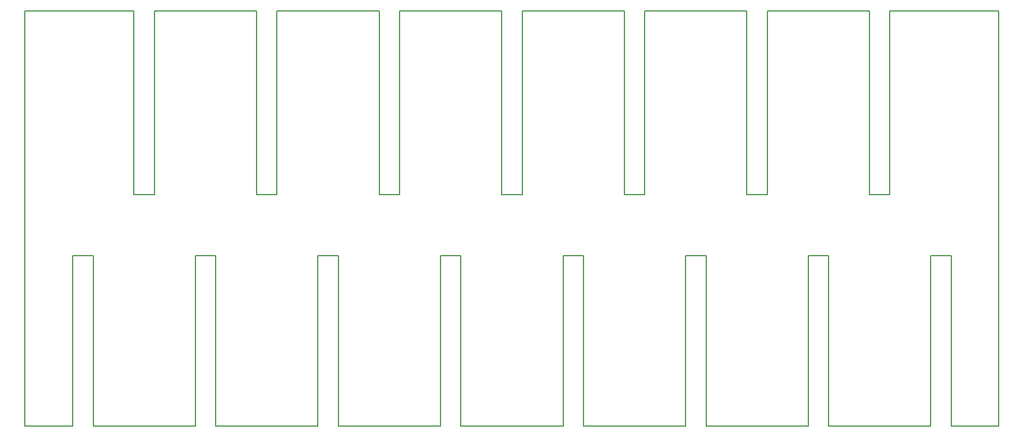
<source format=gbr>
G04 #@! TF.FileFunction,Other,User*
%FSLAX46Y46*%
G04 Gerber Fmt 4.6, Leading zero omitted, Abs format (unit mm)*
G04 Created by KiCad (PCBNEW 4.0.7) date 12/27/24 21:57:26*
%MOMM*%
%LPD*%
G01*
G04 APERTURE LIST*
%ADD10C,0.100000*%
%ADD11C,0.200000*%
G04 APERTURE END LIST*
D10*
D11*
X161000000Y-83000000D02*
X168000000Y-83000000D01*
X161000000Y-58000000D02*
X161000000Y-83000000D01*
X158000000Y-58000000D02*
X161000000Y-58000000D01*
X158000000Y-83000000D02*
X158000000Y-58000000D01*
X143000000Y-83000000D02*
X158000000Y-83000000D01*
X143000000Y-58000000D02*
X143000000Y-83000000D01*
X140000000Y-58000000D02*
X143000000Y-58000000D01*
X140000000Y-83000000D02*
X140000000Y-58000000D01*
X125000000Y-83000000D02*
X140000000Y-83000000D01*
X125000000Y-58000000D02*
X125000000Y-83000000D01*
X122000000Y-58000000D02*
X125000000Y-58000000D01*
X122000000Y-83000000D02*
X122000000Y-58000000D01*
X107000000Y-83000000D02*
X122000000Y-83000000D01*
X107000000Y-58000000D02*
X107000000Y-83000000D01*
X104000000Y-58000000D02*
X107000000Y-58000000D01*
X104000000Y-83000000D02*
X104000000Y-58000000D01*
X103000000Y-83000000D02*
X104000000Y-83000000D01*
X89000000Y-83000000D02*
X103000000Y-83000000D01*
X89000000Y-58000000D02*
X89000000Y-83000000D01*
X86000000Y-58000000D02*
X89000000Y-58000000D01*
X86000000Y-83000000D02*
X86000000Y-58000000D01*
X71000000Y-83000000D02*
X86000000Y-83000000D01*
X71000000Y-58000000D02*
X71000000Y-83000000D01*
X68000000Y-58000000D02*
X71000000Y-58000000D01*
X68000000Y-83000000D02*
X68000000Y-58000000D01*
X53000000Y-83000000D02*
X68000000Y-83000000D01*
X53000000Y-58000000D02*
X53000000Y-83000000D01*
X50000000Y-58000000D02*
X53000000Y-58000000D01*
X50000000Y-83000000D02*
X50000000Y-58000000D01*
X35000000Y-83000000D02*
X50000000Y-83000000D01*
X168000000Y-22000000D02*
X168000000Y-83000000D01*
X152000000Y-22000000D02*
X168000000Y-22000000D01*
X152000000Y-49000000D02*
X152000000Y-22000000D01*
X149000000Y-49000000D02*
X152000000Y-49000000D01*
X149000000Y-22000000D02*
X149000000Y-49000000D01*
X148000000Y-22000000D02*
X149000000Y-22000000D01*
X134000000Y-22000000D02*
X148000000Y-22000000D01*
X134000000Y-49000000D02*
X134000000Y-22000000D01*
X131000000Y-49000000D02*
X134000000Y-49000000D01*
X131000000Y-22000000D02*
X131000000Y-49000000D01*
X116000000Y-22000000D02*
X131000000Y-22000000D01*
X116000000Y-49000000D02*
X116000000Y-22000000D01*
X113000000Y-49000000D02*
X116000000Y-49000000D01*
X113000000Y-22000000D02*
X113000000Y-49000000D01*
X98000000Y-22000000D02*
X113000000Y-22000000D01*
X98000000Y-49000000D02*
X98000000Y-22000000D01*
X95000000Y-49000000D02*
X98000000Y-49000000D01*
X95000000Y-22000000D02*
X95000000Y-49000000D01*
X80000000Y-22000000D02*
X95000000Y-22000000D01*
X80000000Y-49000000D02*
X80000000Y-22000000D01*
X77000000Y-49000000D02*
X80000000Y-49000000D01*
X77000000Y-22000000D02*
X77000000Y-49000000D01*
X76000000Y-22000000D02*
X77000000Y-22000000D01*
X62000000Y-22000000D02*
X76000000Y-22000000D01*
X62000000Y-49000000D02*
X62000000Y-22000000D01*
X59000000Y-49000000D02*
X62000000Y-49000000D01*
X59000000Y-22000000D02*
X59000000Y-49000000D01*
X44000000Y-22000000D02*
X59000000Y-22000000D01*
X44000000Y-49000000D02*
X44000000Y-22000000D01*
X41000000Y-49000000D02*
X44000000Y-49000000D01*
X41000000Y-22000000D02*
X41000000Y-49000000D01*
X25000000Y-22000000D02*
X41000000Y-22000000D01*
X25000000Y-83000000D02*
X25000000Y-22000000D01*
X32000000Y-83000000D02*
X25000000Y-83000000D01*
X32000000Y-58000000D02*
X32000000Y-83000000D01*
X35000000Y-58000000D02*
X32000000Y-58000000D01*
X35000000Y-83000000D02*
X35000000Y-58000000D01*
M02*

</source>
